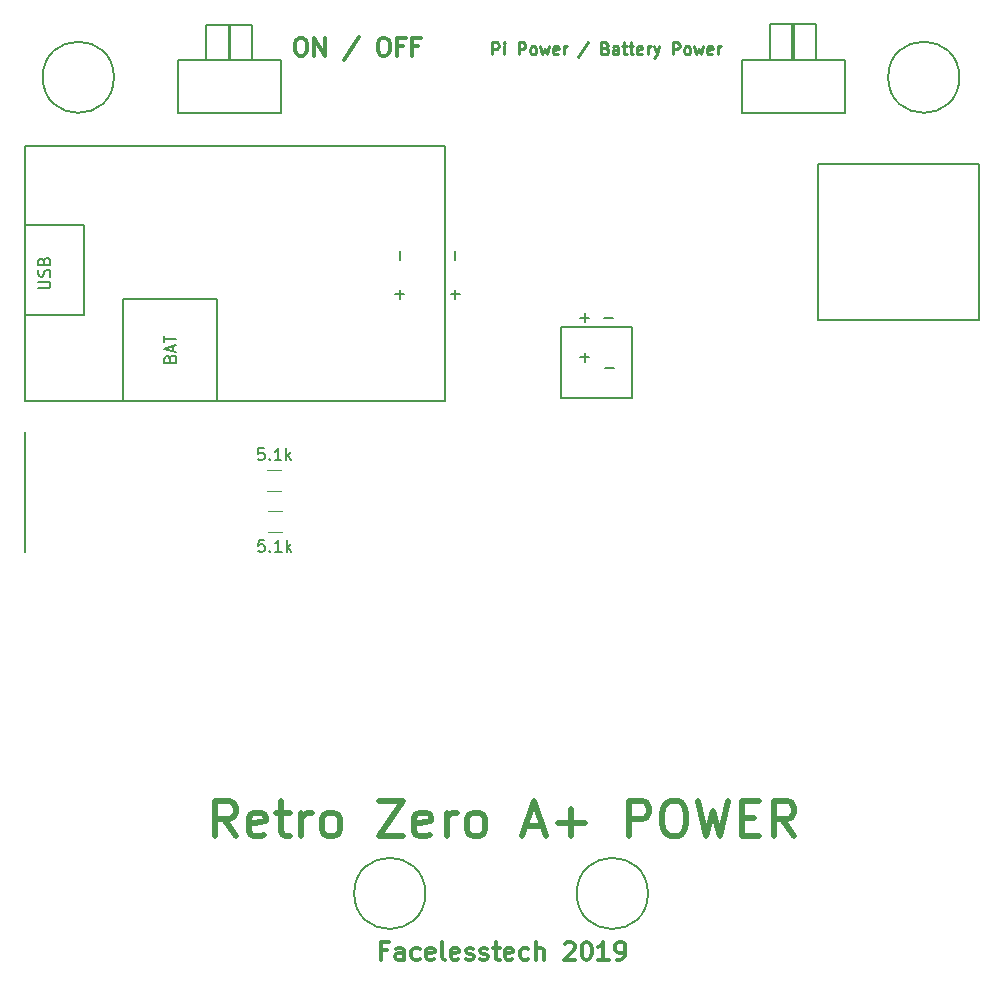
<source format=gbr>
G04 #@! TF.GenerationSoftware,KiCad,Pcbnew,5.0.2+dfsg1-1~bpo9+1*
G04 #@! TF.CreationDate,2019-09-03T10:55:47+01:00*
G04 #@! TF.ProjectId,retro_zero+a_power_board,72657472-6f5f-47a6-9572-6f2b615f706f,rev?*
G04 #@! TF.SameCoordinates,Original*
G04 #@! TF.FileFunction,Legend,Top*
G04 #@! TF.FilePolarity,Positive*
%FSLAX46Y46*%
G04 Gerber Fmt 4.6, Leading zero omitted, Abs format (unit mm)*
G04 Created by KiCad (PCBNEW 5.0.2+dfsg1-1~bpo9+1) date Tue 03 Sep 2019 10:55:47 BST*
%MOMM*%
%LPD*%
G01*
G04 APERTURE LIST*
%ADD10C,0.300000*%
%ADD11C,0.250000*%
%ADD12C,0.500000*%
%ADD13C,0.150000*%
%ADD14C,0.120000*%
G04 APERTURE END LIST*
D10*
X129958128Y-40745671D02*
X130243842Y-40745671D01*
X130386700Y-40817100D01*
X130529557Y-40959957D01*
X130600985Y-41245671D01*
X130600985Y-41745671D01*
X130529557Y-42031385D01*
X130386700Y-42174242D01*
X130243842Y-42245671D01*
X129958128Y-42245671D01*
X129815271Y-42174242D01*
X129672414Y-42031385D01*
X129600985Y-41745671D01*
X129600985Y-41245671D01*
X129672414Y-40959957D01*
X129815271Y-40817100D01*
X129958128Y-40745671D01*
X131243842Y-42245671D02*
X131243842Y-40745671D01*
X132100985Y-42245671D01*
X132100985Y-40745671D01*
X135029557Y-40674242D02*
X133743842Y-42602814D01*
X136958128Y-40745671D02*
X137243842Y-40745671D01*
X137386700Y-40817100D01*
X137529557Y-40959957D01*
X137600985Y-41245671D01*
X137600985Y-41745671D01*
X137529557Y-42031385D01*
X137386700Y-42174242D01*
X137243842Y-42245671D01*
X136958128Y-42245671D01*
X136815271Y-42174242D01*
X136672414Y-42031385D01*
X136600985Y-41745671D01*
X136600985Y-41245671D01*
X136672414Y-40959957D01*
X136815271Y-40817100D01*
X136958128Y-40745671D01*
X138743842Y-41459957D02*
X138243842Y-41459957D01*
X138243842Y-42245671D02*
X138243842Y-40745671D01*
X138958128Y-40745671D01*
X140029557Y-41459957D02*
X139529557Y-41459957D01*
X139529557Y-42245671D02*
X139529557Y-40745671D01*
X140243842Y-40745671D01*
D11*
X146298852Y-42133780D02*
X146298852Y-41133780D01*
X146679804Y-41133780D01*
X146775042Y-41181400D01*
X146822661Y-41229019D01*
X146870280Y-41324257D01*
X146870280Y-41467114D01*
X146822661Y-41562352D01*
X146775042Y-41609971D01*
X146679804Y-41657590D01*
X146298852Y-41657590D01*
X147298852Y-42133780D02*
X147298852Y-41467114D01*
X147298852Y-41133780D02*
X147251233Y-41181400D01*
X147298852Y-41229019D01*
X147346471Y-41181400D01*
X147298852Y-41133780D01*
X147298852Y-41229019D01*
X148536947Y-42133780D02*
X148536947Y-41133780D01*
X148917900Y-41133780D01*
X149013138Y-41181400D01*
X149060757Y-41229019D01*
X149108376Y-41324257D01*
X149108376Y-41467114D01*
X149060757Y-41562352D01*
X149013138Y-41609971D01*
X148917900Y-41657590D01*
X148536947Y-41657590D01*
X149679804Y-42133780D02*
X149584566Y-42086161D01*
X149536947Y-42038542D01*
X149489328Y-41943304D01*
X149489328Y-41657590D01*
X149536947Y-41562352D01*
X149584566Y-41514733D01*
X149679804Y-41467114D01*
X149822661Y-41467114D01*
X149917900Y-41514733D01*
X149965519Y-41562352D01*
X150013138Y-41657590D01*
X150013138Y-41943304D01*
X149965519Y-42038542D01*
X149917900Y-42086161D01*
X149822661Y-42133780D01*
X149679804Y-42133780D01*
X150346471Y-41467114D02*
X150536947Y-42133780D01*
X150727423Y-41657590D01*
X150917900Y-42133780D01*
X151108376Y-41467114D01*
X151870280Y-42086161D02*
X151775042Y-42133780D01*
X151584566Y-42133780D01*
X151489328Y-42086161D01*
X151441709Y-41990923D01*
X151441709Y-41609971D01*
X151489328Y-41514733D01*
X151584566Y-41467114D01*
X151775042Y-41467114D01*
X151870280Y-41514733D01*
X151917900Y-41609971D01*
X151917900Y-41705209D01*
X151441709Y-41800447D01*
X152346471Y-42133780D02*
X152346471Y-41467114D01*
X152346471Y-41657590D02*
X152394090Y-41562352D01*
X152441709Y-41514733D01*
X152536947Y-41467114D01*
X152632185Y-41467114D01*
X154441709Y-41086161D02*
X153584566Y-42371876D01*
X155870280Y-41609971D02*
X156013138Y-41657590D01*
X156060757Y-41705209D01*
X156108376Y-41800447D01*
X156108376Y-41943304D01*
X156060757Y-42038542D01*
X156013138Y-42086161D01*
X155917900Y-42133780D01*
X155536947Y-42133780D01*
X155536947Y-41133780D01*
X155870280Y-41133780D01*
X155965519Y-41181400D01*
X156013138Y-41229019D01*
X156060757Y-41324257D01*
X156060757Y-41419495D01*
X156013138Y-41514733D01*
X155965519Y-41562352D01*
X155870280Y-41609971D01*
X155536947Y-41609971D01*
X156965519Y-42133780D02*
X156965519Y-41609971D01*
X156917900Y-41514733D01*
X156822661Y-41467114D01*
X156632185Y-41467114D01*
X156536947Y-41514733D01*
X156965519Y-42086161D02*
X156870280Y-42133780D01*
X156632185Y-42133780D01*
X156536947Y-42086161D01*
X156489328Y-41990923D01*
X156489328Y-41895685D01*
X156536947Y-41800447D01*
X156632185Y-41752828D01*
X156870280Y-41752828D01*
X156965519Y-41705209D01*
X157298852Y-41467114D02*
X157679804Y-41467114D01*
X157441709Y-41133780D02*
X157441709Y-41990923D01*
X157489328Y-42086161D01*
X157584566Y-42133780D01*
X157679804Y-42133780D01*
X157870280Y-41467114D02*
X158251233Y-41467114D01*
X158013138Y-41133780D02*
X158013138Y-41990923D01*
X158060757Y-42086161D01*
X158155995Y-42133780D01*
X158251233Y-42133780D01*
X158965519Y-42086161D02*
X158870280Y-42133780D01*
X158679804Y-42133780D01*
X158584566Y-42086161D01*
X158536947Y-41990923D01*
X158536947Y-41609971D01*
X158584566Y-41514733D01*
X158679804Y-41467114D01*
X158870280Y-41467114D01*
X158965519Y-41514733D01*
X159013138Y-41609971D01*
X159013138Y-41705209D01*
X158536947Y-41800447D01*
X159441709Y-42133780D02*
X159441709Y-41467114D01*
X159441709Y-41657590D02*
X159489328Y-41562352D01*
X159536947Y-41514733D01*
X159632185Y-41467114D01*
X159727423Y-41467114D01*
X159965519Y-41467114D02*
X160203614Y-42133780D01*
X160441709Y-41467114D02*
X160203614Y-42133780D01*
X160108376Y-42371876D01*
X160060757Y-42419495D01*
X159965519Y-42467114D01*
X161584566Y-42133780D02*
X161584566Y-41133780D01*
X161965519Y-41133780D01*
X162060757Y-41181400D01*
X162108376Y-41229019D01*
X162155995Y-41324257D01*
X162155995Y-41467114D01*
X162108376Y-41562352D01*
X162060757Y-41609971D01*
X161965519Y-41657590D01*
X161584566Y-41657590D01*
X162727423Y-42133780D02*
X162632185Y-42086161D01*
X162584566Y-42038542D01*
X162536947Y-41943304D01*
X162536947Y-41657590D01*
X162584566Y-41562352D01*
X162632185Y-41514733D01*
X162727423Y-41467114D01*
X162870280Y-41467114D01*
X162965519Y-41514733D01*
X163013138Y-41562352D01*
X163060757Y-41657590D01*
X163060757Y-41943304D01*
X163013138Y-42038542D01*
X162965519Y-42086161D01*
X162870280Y-42133780D01*
X162727423Y-42133780D01*
X163394090Y-41467114D02*
X163584566Y-42133780D01*
X163775042Y-41657590D01*
X163965519Y-42133780D01*
X164155995Y-41467114D01*
X164917900Y-42086161D02*
X164822661Y-42133780D01*
X164632185Y-42133780D01*
X164536947Y-42086161D01*
X164489328Y-41990923D01*
X164489328Y-41609971D01*
X164536947Y-41514733D01*
X164632185Y-41467114D01*
X164822661Y-41467114D01*
X164917900Y-41514733D01*
X164965519Y-41609971D01*
X164965519Y-41705209D01*
X164489328Y-41800447D01*
X165394090Y-42133780D02*
X165394090Y-41467114D01*
X165394090Y-41657590D02*
X165441709Y-41562352D01*
X165489328Y-41514733D01*
X165584566Y-41467114D01*
X165679804Y-41467114D01*
D10*
X137358871Y-118015557D02*
X136858871Y-118015557D01*
X136858871Y-118801271D02*
X136858871Y-117301271D01*
X137573157Y-117301271D01*
X138787442Y-118801271D02*
X138787442Y-118015557D01*
X138716014Y-117872700D01*
X138573157Y-117801271D01*
X138287442Y-117801271D01*
X138144585Y-117872700D01*
X138787442Y-118729842D02*
X138644585Y-118801271D01*
X138287442Y-118801271D01*
X138144585Y-118729842D01*
X138073157Y-118586985D01*
X138073157Y-118444128D01*
X138144585Y-118301271D01*
X138287442Y-118229842D01*
X138644585Y-118229842D01*
X138787442Y-118158414D01*
X140144585Y-118729842D02*
X140001728Y-118801271D01*
X139716014Y-118801271D01*
X139573157Y-118729842D01*
X139501728Y-118658414D01*
X139430300Y-118515557D01*
X139430300Y-118086985D01*
X139501728Y-117944128D01*
X139573157Y-117872700D01*
X139716014Y-117801271D01*
X140001728Y-117801271D01*
X140144585Y-117872700D01*
X141358871Y-118729842D02*
X141216014Y-118801271D01*
X140930300Y-118801271D01*
X140787442Y-118729842D01*
X140716014Y-118586985D01*
X140716014Y-118015557D01*
X140787442Y-117872700D01*
X140930300Y-117801271D01*
X141216014Y-117801271D01*
X141358871Y-117872700D01*
X141430300Y-118015557D01*
X141430300Y-118158414D01*
X140716014Y-118301271D01*
X142287442Y-118801271D02*
X142144585Y-118729842D01*
X142073157Y-118586985D01*
X142073157Y-117301271D01*
X143430300Y-118729842D02*
X143287442Y-118801271D01*
X143001728Y-118801271D01*
X142858871Y-118729842D01*
X142787442Y-118586985D01*
X142787442Y-118015557D01*
X142858871Y-117872700D01*
X143001728Y-117801271D01*
X143287442Y-117801271D01*
X143430300Y-117872700D01*
X143501728Y-118015557D01*
X143501728Y-118158414D01*
X142787442Y-118301271D01*
X144073157Y-118729842D02*
X144216014Y-118801271D01*
X144501728Y-118801271D01*
X144644585Y-118729842D01*
X144716014Y-118586985D01*
X144716014Y-118515557D01*
X144644585Y-118372700D01*
X144501728Y-118301271D01*
X144287442Y-118301271D01*
X144144585Y-118229842D01*
X144073157Y-118086985D01*
X144073157Y-118015557D01*
X144144585Y-117872700D01*
X144287442Y-117801271D01*
X144501728Y-117801271D01*
X144644585Y-117872700D01*
X145287442Y-118729842D02*
X145430300Y-118801271D01*
X145716014Y-118801271D01*
X145858871Y-118729842D01*
X145930300Y-118586985D01*
X145930300Y-118515557D01*
X145858871Y-118372700D01*
X145716014Y-118301271D01*
X145501728Y-118301271D01*
X145358871Y-118229842D01*
X145287442Y-118086985D01*
X145287442Y-118015557D01*
X145358871Y-117872700D01*
X145501728Y-117801271D01*
X145716014Y-117801271D01*
X145858871Y-117872700D01*
X146358871Y-117801271D02*
X146930300Y-117801271D01*
X146573157Y-117301271D02*
X146573157Y-118586985D01*
X146644585Y-118729842D01*
X146787442Y-118801271D01*
X146930300Y-118801271D01*
X148001728Y-118729842D02*
X147858871Y-118801271D01*
X147573157Y-118801271D01*
X147430300Y-118729842D01*
X147358871Y-118586985D01*
X147358871Y-118015557D01*
X147430300Y-117872700D01*
X147573157Y-117801271D01*
X147858871Y-117801271D01*
X148001728Y-117872700D01*
X148073157Y-118015557D01*
X148073157Y-118158414D01*
X147358871Y-118301271D01*
X149358871Y-118729842D02*
X149216014Y-118801271D01*
X148930300Y-118801271D01*
X148787442Y-118729842D01*
X148716014Y-118658414D01*
X148644585Y-118515557D01*
X148644585Y-118086985D01*
X148716014Y-117944128D01*
X148787442Y-117872700D01*
X148930300Y-117801271D01*
X149216014Y-117801271D01*
X149358871Y-117872700D01*
X150001728Y-118801271D02*
X150001728Y-117301271D01*
X150644585Y-118801271D02*
X150644585Y-118015557D01*
X150573157Y-117872700D01*
X150430300Y-117801271D01*
X150216014Y-117801271D01*
X150073157Y-117872700D01*
X150001728Y-117944128D01*
X152430300Y-117444128D02*
X152501728Y-117372700D01*
X152644585Y-117301271D01*
X153001728Y-117301271D01*
X153144585Y-117372700D01*
X153216014Y-117444128D01*
X153287442Y-117586985D01*
X153287442Y-117729842D01*
X153216014Y-117944128D01*
X152358871Y-118801271D01*
X153287442Y-118801271D01*
X154216014Y-117301271D02*
X154358871Y-117301271D01*
X154501728Y-117372700D01*
X154573157Y-117444128D01*
X154644585Y-117586985D01*
X154716014Y-117872700D01*
X154716014Y-118229842D01*
X154644585Y-118515557D01*
X154573157Y-118658414D01*
X154501728Y-118729842D01*
X154358871Y-118801271D01*
X154216014Y-118801271D01*
X154073157Y-118729842D01*
X154001728Y-118658414D01*
X153930300Y-118515557D01*
X153858871Y-118229842D01*
X153858871Y-117872700D01*
X153930300Y-117586985D01*
X154001728Y-117444128D01*
X154073157Y-117372700D01*
X154216014Y-117301271D01*
X156144585Y-118801271D02*
X155287442Y-118801271D01*
X155716014Y-118801271D02*
X155716014Y-117301271D01*
X155573157Y-117515557D01*
X155430300Y-117658414D01*
X155287442Y-117729842D01*
X156858871Y-118801271D02*
X157144585Y-118801271D01*
X157287442Y-118729842D01*
X157358871Y-118658414D01*
X157501728Y-118444128D01*
X157573157Y-118158414D01*
X157573157Y-117586985D01*
X157501728Y-117444128D01*
X157430300Y-117372700D01*
X157287442Y-117301271D01*
X157001728Y-117301271D01*
X156858871Y-117372700D01*
X156787442Y-117444128D01*
X156716014Y-117586985D01*
X156716014Y-117944128D01*
X156787442Y-118086985D01*
X156858871Y-118158414D01*
X157001728Y-118229842D01*
X157287442Y-118229842D01*
X157430300Y-118158414D01*
X157501728Y-118086985D01*
X157573157Y-117944128D01*
D12*
X124567614Y-108341942D02*
X123567614Y-106913371D01*
X122853328Y-108341942D02*
X122853328Y-105341942D01*
X123996185Y-105341942D01*
X124281900Y-105484800D01*
X124424757Y-105627657D01*
X124567614Y-105913371D01*
X124567614Y-106341942D01*
X124424757Y-106627657D01*
X124281900Y-106770514D01*
X123996185Y-106913371D01*
X122853328Y-106913371D01*
X126996185Y-108199085D02*
X126710471Y-108341942D01*
X126139042Y-108341942D01*
X125853328Y-108199085D01*
X125710471Y-107913371D01*
X125710471Y-106770514D01*
X125853328Y-106484800D01*
X126139042Y-106341942D01*
X126710471Y-106341942D01*
X126996185Y-106484800D01*
X127139042Y-106770514D01*
X127139042Y-107056228D01*
X125710471Y-107341942D01*
X127996185Y-106341942D02*
X129139042Y-106341942D01*
X128424757Y-105341942D02*
X128424757Y-107913371D01*
X128567614Y-108199085D01*
X128853328Y-108341942D01*
X129139042Y-108341942D01*
X130139042Y-108341942D02*
X130139042Y-106341942D01*
X130139042Y-106913371D02*
X130281900Y-106627657D01*
X130424757Y-106484800D01*
X130710471Y-106341942D01*
X130996185Y-106341942D01*
X132424757Y-108341942D02*
X132139042Y-108199085D01*
X131996185Y-108056228D01*
X131853328Y-107770514D01*
X131853328Y-106913371D01*
X131996185Y-106627657D01*
X132139042Y-106484800D01*
X132424757Y-106341942D01*
X132853328Y-106341942D01*
X133139042Y-106484800D01*
X133281900Y-106627657D01*
X133424757Y-106913371D01*
X133424757Y-107770514D01*
X133281900Y-108056228D01*
X133139042Y-108199085D01*
X132853328Y-108341942D01*
X132424757Y-108341942D01*
X136710471Y-105341942D02*
X138710471Y-105341942D01*
X136710471Y-108341942D01*
X138710471Y-108341942D01*
X140996185Y-108199085D02*
X140710471Y-108341942D01*
X140139042Y-108341942D01*
X139853328Y-108199085D01*
X139710471Y-107913371D01*
X139710471Y-106770514D01*
X139853328Y-106484800D01*
X140139042Y-106341942D01*
X140710471Y-106341942D01*
X140996185Y-106484800D01*
X141139042Y-106770514D01*
X141139042Y-107056228D01*
X139710471Y-107341942D01*
X142424757Y-108341942D02*
X142424757Y-106341942D01*
X142424757Y-106913371D02*
X142567614Y-106627657D01*
X142710471Y-106484800D01*
X142996185Y-106341942D01*
X143281900Y-106341942D01*
X144710471Y-108341942D02*
X144424757Y-108199085D01*
X144281900Y-108056228D01*
X144139042Y-107770514D01*
X144139042Y-106913371D01*
X144281900Y-106627657D01*
X144424757Y-106484800D01*
X144710471Y-106341942D01*
X145139042Y-106341942D01*
X145424757Y-106484800D01*
X145567614Y-106627657D01*
X145710471Y-106913371D01*
X145710471Y-107770514D01*
X145567614Y-108056228D01*
X145424757Y-108199085D01*
X145139042Y-108341942D01*
X144710471Y-108341942D01*
X149139042Y-107484800D02*
X150567614Y-107484800D01*
X148853328Y-108341942D02*
X149853328Y-105341942D01*
X150853328Y-108341942D01*
X151853328Y-107199085D02*
X154139042Y-107199085D01*
X152996185Y-108341942D02*
X152996185Y-106056228D01*
X157853328Y-108341942D02*
X157853328Y-105341942D01*
X158996185Y-105341942D01*
X159281900Y-105484800D01*
X159424757Y-105627657D01*
X159567614Y-105913371D01*
X159567614Y-106341942D01*
X159424757Y-106627657D01*
X159281900Y-106770514D01*
X158996185Y-106913371D01*
X157853328Y-106913371D01*
X161424757Y-105341942D02*
X161996185Y-105341942D01*
X162281900Y-105484800D01*
X162567614Y-105770514D01*
X162710471Y-106341942D01*
X162710471Y-107341942D01*
X162567614Y-107913371D01*
X162281900Y-108199085D01*
X161996185Y-108341942D01*
X161424757Y-108341942D01*
X161139042Y-108199085D01*
X160853328Y-107913371D01*
X160710471Y-107341942D01*
X160710471Y-106341942D01*
X160853328Y-105770514D01*
X161139042Y-105484800D01*
X161424757Y-105341942D01*
X163710471Y-105341942D02*
X164424757Y-108341942D01*
X164996185Y-106199085D01*
X165567614Y-108341942D01*
X166281900Y-105341942D01*
X167424757Y-106770514D02*
X168424757Y-106770514D01*
X168853328Y-108341942D02*
X167424757Y-108341942D01*
X167424757Y-105341942D01*
X168853328Y-105341942D01*
X171853328Y-108341942D02*
X170853328Y-106913371D01*
X170139042Y-108341942D02*
X170139042Y-105341942D01*
X171281900Y-105341942D01*
X171567614Y-105484800D01*
X171710471Y-105627657D01*
X171853328Y-105913371D01*
X171853328Y-106341942D01*
X171710471Y-106627657D01*
X171567614Y-106770514D01*
X171281900Y-106913371D01*
X170139042Y-106913371D01*
D13*
G04 #@! TO.C,U5*
X185841269Y-44081700D02*
G75*
G03X185841269Y-44081700I-3012069J0D01*
G01*
G04 #@! TO.C,U6*
X114264069Y-44081700D02*
G75*
G03X114264069Y-44081700I-3012069J0D01*
G01*
G04 #@! TO.C,U7*
X140629269Y-113182400D02*
G75*
G03X140629269Y-113182400I-3012069J0D01*
G01*
G04 #@! TO.C,U8*
X159476069Y-113182400D02*
G75*
G03X159476069Y-113182400I-3012069J0D01*
G01*
G04 #@! TO.C,SW1*
X176123600Y-47066200D02*
X176123600Y-42621200D01*
X167411400Y-42621200D02*
X167411400Y-47066200D01*
X167411400Y-47066200D02*
X176123600Y-47066200D01*
X167411400Y-42621200D02*
X176123600Y-42621200D01*
X169811700Y-42621200D02*
X169811700Y-39611300D01*
X171704000Y-39611300D02*
X173710600Y-39611300D01*
X171818300Y-39611300D02*
X171818300Y-42621200D01*
X171716700Y-42621200D02*
X171716700Y-39611300D01*
X169811700Y-39611300D02*
X171818300Y-39611300D01*
X173710600Y-42621200D02*
X173710600Y-39611300D01*
G04 #@! TO.C,SW2*
X125971300Y-42633900D02*
X125971300Y-39624000D01*
X122072400Y-39624000D02*
X124079000Y-39624000D01*
X123977400Y-42633900D02*
X123977400Y-39624000D01*
X124079000Y-39624000D02*
X124079000Y-42633900D01*
X123964700Y-39624000D02*
X125971300Y-39624000D01*
X122072400Y-42633900D02*
X122072400Y-39624000D01*
X119672100Y-42633900D02*
X128384300Y-42633900D01*
X119672100Y-47078900D02*
X128384300Y-47078900D01*
X119672100Y-42633900D02*
X119672100Y-47078900D01*
X128384300Y-47078900D02*
X128384300Y-42633900D01*
G04 #@! TO.C,U1*
X158127700Y-66116200D02*
X158127700Y-68529200D01*
X158127700Y-65252600D02*
X152146000Y-65252600D01*
X152146000Y-65252600D02*
X152146000Y-71259700D01*
X152146000Y-71259700D02*
X158127700Y-71259700D01*
X158127700Y-71259700D02*
X158140400Y-65239900D01*
G04 #@! TO.C,U2*
X106730862Y-49896193D02*
X142290862Y-49896193D01*
X106730862Y-49896193D02*
X106730862Y-71486193D01*
X106730862Y-71486193D02*
X142290862Y-71486193D01*
X142290862Y-71486193D02*
X142290862Y-49896193D01*
X123012200Y-71488300D02*
X123012200Y-62852300D01*
X123012200Y-62852300D02*
X115011200Y-62852300D01*
X115011200Y-62852300D02*
X115011200Y-71488300D01*
X106756200Y-56629300D02*
X111709200Y-56629300D01*
X111709200Y-56629300D02*
X111709200Y-64249300D01*
X111709200Y-64249300D02*
X106756200Y-64249300D01*
D14*
G04 #@! TO.C,5.1k*
X128476764Y-82609100D02*
X127272636Y-82609100D01*
X128476764Y-80789100D02*
X127272636Y-80789100D01*
X128441864Y-77309300D02*
X127237736Y-77309300D01*
X128441864Y-79129300D02*
X127237736Y-79129300D01*
D13*
G04 #@! TO.C,U3*
X106718100Y-84302600D02*
X106718100Y-74142600D01*
G04 #@! TO.C,J1*
X173893480Y-64592200D02*
X187477400Y-64592200D01*
X173893480Y-51384200D02*
X187477400Y-51384200D01*
X173893480Y-51384200D02*
X173893480Y-64592200D01*
X187477400Y-51384200D02*
X187477400Y-64592200D01*
G04 #@! TO.C,U1*
X153746247Y-67775128D02*
X154508152Y-67775128D01*
X154127200Y-68156080D02*
X154127200Y-67394176D01*
X155841747Y-68695819D02*
X156603652Y-68695819D01*
X155778247Y-64435028D02*
X156540152Y-64435028D01*
X153746247Y-64422328D02*
X154508152Y-64422328D01*
X154127200Y-64803280D02*
X154127200Y-64041376D01*
G04 #@! TO.C,U2*
X119003771Y-67908395D02*
X119051390Y-67765538D01*
X119099009Y-67717919D01*
X119194247Y-67670300D01*
X119337104Y-67670300D01*
X119432342Y-67717919D01*
X119479961Y-67765538D01*
X119527580Y-67860776D01*
X119527580Y-68241728D01*
X118527580Y-68241728D01*
X118527580Y-67908395D01*
X118575200Y-67813157D01*
X118622819Y-67765538D01*
X118718057Y-67717919D01*
X118813295Y-67717919D01*
X118908533Y-67765538D01*
X118956152Y-67813157D01*
X119003771Y-67908395D01*
X119003771Y-68241728D01*
X119241866Y-67289347D02*
X119241866Y-66813157D01*
X119527580Y-67384585D02*
X118527580Y-67051252D01*
X119527580Y-66717919D01*
X118527580Y-66527442D02*
X118527580Y-65956014D01*
X119527580Y-66241728D02*
X118527580Y-66241728D01*
X107859580Y-61955204D02*
X108669104Y-61955204D01*
X108764342Y-61907585D01*
X108811961Y-61859966D01*
X108859580Y-61764728D01*
X108859580Y-61574252D01*
X108811961Y-61479014D01*
X108764342Y-61431395D01*
X108669104Y-61383776D01*
X107859580Y-61383776D01*
X108811961Y-60955204D02*
X108859580Y-60812347D01*
X108859580Y-60574252D01*
X108811961Y-60479014D01*
X108764342Y-60431395D01*
X108669104Y-60383776D01*
X108573866Y-60383776D01*
X108478628Y-60431395D01*
X108431009Y-60479014D01*
X108383390Y-60574252D01*
X108335771Y-60764728D01*
X108288152Y-60859966D01*
X108240533Y-60907585D01*
X108145295Y-60955204D01*
X108050057Y-60955204D01*
X107954819Y-60907585D01*
X107907200Y-60859966D01*
X107859580Y-60764728D01*
X107859580Y-60526633D01*
X107907200Y-60383776D01*
X108335771Y-59621871D02*
X108383390Y-59479014D01*
X108431009Y-59431395D01*
X108526247Y-59383776D01*
X108669104Y-59383776D01*
X108764342Y-59431395D01*
X108811961Y-59479014D01*
X108859580Y-59574252D01*
X108859580Y-59955204D01*
X107859580Y-59955204D01*
X107859580Y-59621871D01*
X107907200Y-59526633D01*
X107954819Y-59479014D01*
X108050057Y-59431395D01*
X108145295Y-59431395D01*
X108240533Y-59479014D01*
X108288152Y-59526633D01*
X108335771Y-59621871D01*
X108335771Y-59955204D01*
X138450628Y-62852252D02*
X138450628Y-62090347D01*
X138831580Y-62471300D02*
X138069676Y-62471300D01*
X138450628Y-59550252D02*
X138450628Y-58788347D01*
X143149628Y-59550252D02*
X143149628Y-58788347D01*
X143149628Y-62852252D02*
X143149628Y-62090347D01*
X143530580Y-62471300D02*
X142768676Y-62471300D01*
G04 #@! TO.C,5.1k*
X126982647Y-83259680D02*
X126506457Y-83259680D01*
X126458838Y-83735871D01*
X126506457Y-83688252D01*
X126601695Y-83640633D01*
X126839790Y-83640633D01*
X126935028Y-83688252D01*
X126982647Y-83735871D01*
X127030266Y-83831109D01*
X127030266Y-84069204D01*
X126982647Y-84164442D01*
X126935028Y-84212061D01*
X126839790Y-84259680D01*
X126601695Y-84259680D01*
X126506457Y-84212061D01*
X126458838Y-84164442D01*
X127458838Y-84164442D02*
X127506457Y-84212061D01*
X127458838Y-84259680D01*
X127411219Y-84212061D01*
X127458838Y-84164442D01*
X127458838Y-84259680D01*
X128458838Y-84259680D02*
X127887409Y-84259680D01*
X128173123Y-84259680D02*
X128173123Y-83259680D01*
X128077885Y-83402538D01*
X127982647Y-83497776D01*
X127887409Y-83545395D01*
X128887409Y-84259680D02*
X128887409Y-83259680D01*
X128982647Y-83878728D02*
X129268361Y-84259680D01*
X129268361Y-83593014D02*
X128887409Y-83973966D01*
X126969947Y-75487280D02*
X126493757Y-75487280D01*
X126446138Y-75963471D01*
X126493757Y-75915852D01*
X126588995Y-75868233D01*
X126827090Y-75868233D01*
X126922328Y-75915852D01*
X126969947Y-75963471D01*
X127017566Y-76058709D01*
X127017566Y-76296804D01*
X126969947Y-76392042D01*
X126922328Y-76439661D01*
X126827090Y-76487280D01*
X126588995Y-76487280D01*
X126493757Y-76439661D01*
X126446138Y-76392042D01*
X127446138Y-76392042D02*
X127493757Y-76439661D01*
X127446138Y-76487280D01*
X127398519Y-76439661D01*
X127446138Y-76392042D01*
X127446138Y-76487280D01*
X128446138Y-76487280D02*
X127874709Y-76487280D01*
X128160423Y-76487280D02*
X128160423Y-75487280D01*
X128065185Y-75630138D01*
X127969947Y-75725376D01*
X127874709Y-75772995D01*
X128874709Y-76487280D02*
X128874709Y-75487280D01*
X128969947Y-76106328D02*
X129255661Y-76487280D01*
X129255661Y-75820614D02*
X128874709Y-76201566D01*
G04 #@! TD*
M02*

</source>
